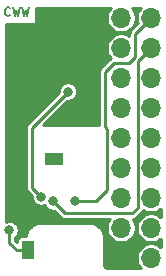
<source format=gbr>
G04 #@! TF.GenerationSoftware,KiCad,Pcbnew,5.1.7-a382d34a8~87~ubuntu18.04.1*
G04 #@! TF.CreationDate,2021-03-14T15:13:56-04:00*
G04 #@! TF.ProjectId,FLASH_MOD,464c4153-485f-44d4-9f44-2e6b69636164,0*
G04 #@! TF.SameCoordinates,Original*
G04 #@! TF.FileFunction,Copper,L1,Top*
G04 #@! TF.FilePolarity,Positive*
%FSLAX46Y46*%
G04 Gerber Fmt 4.6, Leading zero omitted, Abs format (unit mm)*
G04 Created by KiCad (PCBNEW 5.1.7-a382d34a8~87~ubuntu18.04.1) date 2021-03-14 15:13:56*
%MOMM*%
%LPD*%
G01*
G04 APERTURE LIST*
G04 #@! TA.AperFunction,NonConductor*
%ADD10C,0.160000*%
G04 #@! TD*
G04 #@! TA.AperFunction,ComponentPad*
%ADD11O,1.700000X1.700000*%
G04 #@! TD*
G04 #@! TA.AperFunction,SMDPad,CuDef*
%ADD12R,1.600000X1.100000*%
G04 #@! TD*
G04 #@! TA.AperFunction,SMDPad,CuDef*
%ADD13R,1.100000X1.600000*%
G04 #@! TD*
G04 #@! TA.AperFunction,ViaPad*
%ADD14C,0.800000*%
G04 #@! TD*
G04 #@! TA.AperFunction,Conductor*
%ADD15C,0.254000*%
G04 #@! TD*
G04 #@! TA.AperFunction,Conductor*
%ADD16C,0.100000*%
G04 #@! TD*
%ADD17C,0.350000*%
G04 APERTURE END LIST*
D10*
X206045666Y-67687000D02*
X206012333Y-67720333D01*
X205912333Y-67753666D01*
X205845666Y-67753666D01*
X205745666Y-67720333D01*
X205679000Y-67653666D01*
X205645666Y-67587000D01*
X205612333Y-67453666D01*
X205612333Y-67353666D01*
X205645666Y-67220333D01*
X205679000Y-67153666D01*
X205745666Y-67087000D01*
X205845666Y-67053666D01*
X205912333Y-67053666D01*
X206012333Y-67087000D01*
X206045666Y-67120333D01*
X206279000Y-67053666D02*
X206445666Y-67753666D01*
X206579000Y-67253666D01*
X206712333Y-67753666D01*
X206879000Y-67053666D01*
X207079000Y-67053666D02*
X207245666Y-67753666D01*
X207379000Y-67253666D01*
X207512333Y-67753666D01*
X207679000Y-67053666D01*
D11*
G04 #@! TO.P,U101,23*
G04 #@! TO.N,/~LCD_CS*
X218000000Y-67940000D03*
G04 #@! TO.P,U101,24*
G04 #@! TO.N,SPI_SCK*
X215460000Y-67940000D03*
G04 #@! TO.P,U101,25*
G04 #@! TO.N,/LCD_DC*
X218000000Y-70480000D03*
G04 #@! TO.P,U101,26*
G04 #@! TO.N,Net-(JP101-Pad1)*
X215460000Y-70480000D03*
G04 #@! TO.P,U101,27*
G04 #@! TO.N,SPI_MOSI*
X218000000Y-73020000D03*
G04 #@! TO.P,U101,28*
G04 #@! TO.N,Net-(JP102-Pad1)*
X215460000Y-73020000D03*
G04 #@! TO.P,U101,29*
G04 #@! TO.N,N/C*
X218000000Y-75560000D03*
G04 #@! TO.P,U101,30*
X215460000Y-75560000D03*
G04 #@! TO.P,U101,31*
X218000000Y-78100000D03*
G04 #@! TO.P,U101,32*
G04 #@! TO.N,SPI_MISO*
X215460000Y-78100000D03*
G04 #@! TO.P,U101,33*
G04 #@! TO.N,SPI_SCK*
X218000000Y-80640000D03*
G04 #@! TO.P,U101,34*
G04 #@! TO.N,SPI_MOSI*
X215460000Y-80640000D03*
G04 #@! TO.P,U101,35*
G04 #@! TO.N,N/C*
X218000000Y-83180000D03*
G04 #@! TO.P,U101,36*
X215460000Y-83180000D03*
G04 #@! TO.P,U101,37*
X218000000Y-85720000D03*
G04 #@! TO.P,U101,38*
X215460000Y-85720000D03*
G04 #@! TO.P,U101,39*
X218000000Y-88260000D03*
G04 #@! TO.P,U101,40*
G04 #@! TO.N,GND*
X215460000Y-88260000D03*
G04 #@! TD*
D12*
G04 #@! TO.P,TP1,1*
G04 #@! TO.N,+3V3*
X209800000Y-79850000D03*
G04 #@! TD*
D13*
G04 #@! TO.P,TP2,1*
G04 #@! TO.N,/WMCU_RTS*
X207550000Y-87600000D03*
G04 #@! TD*
D14*
G04 #@! TO.N,GND*
X207137000Y-77089000D03*
X211201000Y-69977000D03*
X207137000Y-74041000D03*
G04 #@! TO.N,/WMCU_RTS*
X205994000Y-85915500D03*
G04 #@! TO.N,/LCD_DC*
X209697303Y-83469454D03*
G04 #@! TO.N,/~LCD_CS*
X211582000Y-83439000D03*
G04 #@! TO.N,Net-(JP1-Pad2)*
X210947000Y-74168000D03*
X208661000Y-83058000D03*
G04 #@! TD*
D15*
G04 #@! TO.N,GND*
X207137000Y-74041000D02*
X207137000Y-77089000D01*
X211201000Y-69977000D02*
X207137000Y-74041000D01*
X207137000Y-82931000D02*
X207137000Y-77089000D01*
X209169000Y-84963000D02*
X207137000Y-82931000D01*
X213420249Y-84963000D02*
X209169000Y-84963000D01*
X214122000Y-85664751D02*
X213420249Y-84963000D01*
X215460000Y-88260000D02*
X214122000Y-86922000D01*
X214122000Y-86922000D02*
X214122000Y-85664751D01*
G04 #@! TO.N,/WMCU_RTS*
X207550000Y-87600000D02*
X206599000Y-87600000D01*
X205994000Y-86995000D02*
X205994000Y-85915500D01*
X206599000Y-87600000D02*
X205994000Y-86995000D01*
G04 #@! TO.N,/LCD_DC*
X218000000Y-70480000D02*
X216870599Y-71609401D01*
X216408000Y-84455000D02*
X210682849Y-84455000D01*
X216870599Y-83992401D02*
X216408000Y-84455000D01*
X216870599Y-71609401D02*
X216870599Y-83992401D01*
X210682849Y-84455000D02*
X209697303Y-83469454D01*
G04 #@! TO.N,/~LCD_CS*
X213360000Y-83439000D02*
X211582000Y-83439000D01*
X214265410Y-82533590D02*
X213360000Y-83439000D01*
X214265410Y-77328554D02*
X214265410Y-82533590D01*
X214122000Y-77185144D02*
X214265410Y-77328554D01*
X216662000Y-69278000D02*
X216662000Y-71230712D01*
X216662000Y-71230712D02*
X216137712Y-71755000D01*
X218000000Y-67940000D02*
X216662000Y-69278000D01*
X216137712Y-71755000D02*
X214841743Y-71755000D01*
X214841743Y-71755000D02*
X214122000Y-72474743D01*
X214122000Y-72474743D02*
X214122000Y-77185144D01*
G04 #@! TO.N,Net-(JP1-Pad2)*
X207899000Y-77216000D02*
X207899000Y-82296000D01*
X207899000Y-82296000D02*
X208661000Y-83058000D01*
X210947000Y-74168000D02*
X207899000Y-77216000D01*
G04 #@! TD*
G04 #@! TO.N,GND*
X214503820Y-67155283D02*
X214369102Y-67356903D01*
X214276307Y-67580931D01*
X214229000Y-67818757D01*
X214229000Y-68061243D01*
X214276307Y-68299069D01*
X214369102Y-68523097D01*
X214503820Y-68724717D01*
X214675283Y-68896180D01*
X214876903Y-69030898D01*
X215100931Y-69123693D01*
X215338757Y-69171000D01*
X215581243Y-69171000D01*
X215819069Y-69123693D01*
X216043097Y-69030898D01*
X216244717Y-68896180D01*
X216416180Y-68724717D01*
X216550898Y-68523097D01*
X216643693Y-68299069D01*
X216691000Y-68061243D01*
X216691000Y-67818757D01*
X216643693Y-67580931D01*
X216550898Y-67356903D01*
X216416180Y-67155283D01*
X216366897Y-67106000D01*
X217093103Y-67106000D01*
X217043820Y-67155283D01*
X216909102Y-67356903D01*
X216816307Y-67580931D01*
X216769000Y-67818757D01*
X216769000Y-68061243D01*
X216816307Y-68299069D01*
X216847413Y-68374167D01*
X216320435Y-68901145D01*
X216301052Y-68917052D01*
X216237571Y-68994405D01*
X216190399Y-69082658D01*
X216161351Y-69178416D01*
X216154399Y-69249000D01*
X216151543Y-69278000D01*
X216154000Y-69302944D01*
X216154000Y-69463205D01*
X216043097Y-69389102D01*
X215819069Y-69296307D01*
X215581243Y-69249000D01*
X215338757Y-69249000D01*
X215100931Y-69296307D01*
X214876903Y-69389102D01*
X214675283Y-69523820D01*
X214503820Y-69695283D01*
X214369102Y-69896903D01*
X214276307Y-70120931D01*
X214229000Y-70358757D01*
X214229000Y-70601243D01*
X214276307Y-70839069D01*
X214369102Y-71063097D01*
X214503820Y-71264717D01*
X214565659Y-71326556D01*
X214558147Y-71330571D01*
X214503553Y-71375376D01*
X214480795Y-71394052D01*
X214464893Y-71413430D01*
X213780435Y-72097888D01*
X213761052Y-72113795D01*
X213697571Y-72191148D01*
X213650399Y-72279401D01*
X213621351Y-72375159D01*
X213615270Y-72436903D01*
X213611543Y-72474743D01*
X213614000Y-72499687D01*
X213614001Y-77034000D01*
X208799420Y-77034000D01*
X210884421Y-74949000D01*
X211023922Y-74949000D01*
X211174809Y-74918987D01*
X211316942Y-74860113D01*
X211444859Y-74774642D01*
X211553642Y-74665859D01*
X211639113Y-74537942D01*
X211697987Y-74395809D01*
X211728000Y-74244922D01*
X211728000Y-74091078D01*
X211697987Y-73940191D01*
X211639113Y-73798058D01*
X211553642Y-73670141D01*
X211444859Y-73561358D01*
X211316942Y-73475887D01*
X211174809Y-73417013D01*
X211023922Y-73387000D01*
X210870078Y-73387000D01*
X210719191Y-73417013D01*
X210577058Y-73475887D01*
X210449141Y-73561358D01*
X210340358Y-73670141D01*
X210254887Y-73798058D01*
X210196013Y-73940191D01*
X210166000Y-74091078D01*
X210166000Y-74230579D01*
X207557435Y-76839145D01*
X207538052Y-76855052D01*
X207474571Y-76932405D01*
X207427399Y-77020658D01*
X207398351Y-77116416D01*
X207391582Y-77185144D01*
X207388543Y-77216000D01*
X207391000Y-77240944D01*
X207391001Y-82271046D01*
X207388543Y-82296000D01*
X207398352Y-82395584D01*
X207427400Y-82491343D01*
X207474571Y-82579595D01*
X207518543Y-82633175D01*
X207538053Y-82656948D01*
X207557430Y-82672850D01*
X207880000Y-82995420D01*
X207880000Y-83134922D01*
X207910013Y-83285809D01*
X207968887Y-83427942D01*
X208054358Y-83555859D01*
X208163141Y-83664642D01*
X208291058Y-83750113D01*
X208433191Y-83808987D01*
X208584078Y-83839000D01*
X208737922Y-83839000D01*
X208888809Y-83808987D01*
X208977395Y-83772293D01*
X209005190Y-83839396D01*
X209090661Y-83967313D01*
X209199444Y-84076096D01*
X209327361Y-84161567D01*
X209469494Y-84220441D01*
X209620381Y-84250454D01*
X209759883Y-84250454D01*
X210305994Y-84796565D01*
X210321901Y-84815948D01*
X210399254Y-84879429D01*
X210487506Y-84926601D01*
X210583264Y-84955649D01*
X210657902Y-84963000D01*
X210657905Y-84963000D01*
X210682849Y-84965457D01*
X210707793Y-84963000D01*
X214485300Y-84963000D01*
X214369102Y-85136903D01*
X214276307Y-85360931D01*
X214229000Y-85598757D01*
X214229000Y-85841243D01*
X214276307Y-86079069D01*
X214369102Y-86303097D01*
X214503820Y-86504717D01*
X214675283Y-86676180D01*
X214876903Y-86810898D01*
X215100931Y-86903693D01*
X215338757Y-86951000D01*
X215581243Y-86951000D01*
X215819069Y-86903693D01*
X216043097Y-86810898D01*
X216244717Y-86676180D01*
X216416180Y-86504717D01*
X216550898Y-86303097D01*
X216643693Y-86079069D01*
X216691000Y-85841243D01*
X216691000Y-85598757D01*
X216643693Y-85360931D01*
X216550898Y-85136903D01*
X216434592Y-84962838D01*
X216507585Y-84955649D01*
X216603343Y-84926601D01*
X216691595Y-84879429D01*
X216768948Y-84815948D01*
X216784855Y-84796565D01*
X217212164Y-84369256D01*
X217231547Y-84353349D01*
X217295028Y-84275996D01*
X217329109Y-84212236D01*
X217416903Y-84270898D01*
X217640931Y-84363693D01*
X217878757Y-84411000D01*
X218121243Y-84411000D01*
X218359069Y-84363693D01*
X218583097Y-84270898D01*
X218784717Y-84136180D01*
X218834501Y-84086396D01*
X218834501Y-84813604D01*
X218784717Y-84763820D01*
X218583097Y-84629102D01*
X218359069Y-84536307D01*
X218121243Y-84489000D01*
X217878757Y-84489000D01*
X217640931Y-84536307D01*
X217416903Y-84629102D01*
X217215283Y-84763820D01*
X217043820Y-84935283D01*
X216909102Y-85136903D01*
X216816307Y-85360931D01*
X216769000Y-85598757D01*
X216769000Y-85841243D01*
X216816307Y-86079069D01*
X216909102Y-86303097D01*
X217043820Y-86504717D01*
X217215283Y-86676180D01*
X217416903Y-86810898D01*
X217640931Y-86903693D01*
X217878757Y-86951000D01*
X218121243Y-86951000D01*
X218359069Y-86903693D01*
X218583097Y-86810898D01*
X218784717Y-86676180D01*
X218834501Y-86626396D01*
X218834501Y-87353604D01*
X218784717Y-87303820D01*
X218583097Y-87169102D01*
X218359069Y-87076307D01*
X218121243Y-87029000D01*
X217878757Y-87029000D01*
X217640931Y-87076307D01*
X217416903Y-87169102D01*
X217215283Y-87303820D01*
X217043820Y-87475283D01*
X216909102Y-87676903D01*
X216816307Y-87900931D01*
X216769000Y-88138757D01*
X216769000Y-88381243D01*
X216816307Y-88619069D01*
X216909102Y-88843097D01*
X217043820Y-89044717D01*
X217103103Y-89104000D01*
X214333579Y-89104000D01*
X214248610Y-89095669D01*
X214187155Y-89077115D01*
X214130472Y-89046976D01*
X214080725Y-89006403D01*
X214039800Y-88956935D01*
X214009270Y-88900469D01*
X213990286Y-88839140D01*
X213981500Y-88755551D01*
X213981500Y-86465832D01*
X213979674Y-86447297D01*
X213979707Y-86442618D01*
X213979120Y-86436629D01*
X213963575Y-86288727D01*
X213955722Y-86250471D01*
X213948401Y-86212093D01*
X213946662Y-86206331D01*
X213902686Y-86064265D01*
X213887546Y-86028248D01*
X213872914Y-85992033D01*
X213870094Y-85986729D01*
X213870090Y-85986721D01*
X213870085Y-85986714D01*
X213799356Y-85855901D01*
X213777504Y-85823504D01*
X213756121Y-85790828D01*
X213752318Y-85786164D01*
X213657521Y-85671576D01*
X213629787Y-85644035D01*
X213602472Y-85616142D01*
X213597835Y-85612305D01*
X213482588Y-85518313D01*
X213450092Y-85496722D01*
X213417821Y-85474626D01*
X213412530Y-85471765D01*
X213412522Y-85471761D01*
X213281219Y-85401946D01*
X213245081Y-85387051D01*
X213209198Y-85371671D01*
X213203453Y-85369892D01*
X213203447Y-85369890D01*
X213061080Y-85326908D01*
X213022803Y-85319329D01*
X212984550Y-85311198D01*
X212978567Y-85310569D01*
X212978565Y-85310569D01*
X212830558Y-85296057D01*
X212830552Y-85296057D01*
X212809668Y-85294000D01*
X208576332Y-85294000D01*
X208557797Y-85295826D01*
X208553118Y-85295793D01*
X208547129Y-85296380D01*
X208399227Y-85311925D01*
X208360971Y-85319778D01*
X208322593Y-85327099D01*
X208316831Y-85328838D01*
X208174765Y-85372814D01*
X208138748Y-85387954D01*
X208102533Y-85402586D01*
X208097229Y-85405406D01*
X208097221Y-85405410D01*
X208097214Y-85405415D01*
X207966401Y-85476144D01*
X207934004Y-85497996D01*
X207901328Y-85519379D01*
X207896664Y-85523182D01*
X207782076Y-85617979D01*
X207754535Y-85645713D01*
X207726642Y-85673028D01*
X207722805Y-85677665D01*
X207628813Y-85792912D01*
X207607222Y-85825408D01*
X207585126Y-85857679D01*
X207582264Y-85862973D01*
X207512446Y-85994281D01*
X207497551Y-86030419D01*
X207482171Y-86066302D01*
X207480391Y-86072051D01*
X207437408Y-86214420D01*
X207429829Y-86252697D01*
X207421698Y-86290950D01*
X207421069Y-86296935D01*
X207410668Y-86403013D01*
X207410581Y-86403302D01*
X207409242Y-86417157D01*
X207000000Y-86417157D01*
X206925311Y-86424513D01*
X206853492Y-86446299D01*
X206787304Y-86481678D01*
X206729289Y-86529289D01*
X206681678Y-86587304D01*
X206646299Y-86653492D01*
X206624513Y-86725311D01*
X206617157Y-86800000D01*
X206617157Y-86899737D01*
X206502000Y-86784580D01*
X206502000Y-86512001D01*
X206600642Y-86413359D01*
X206686113Y-86285442D01*
X206744987Y-86143309D01*
X206775000Y-85992422D01*
X206775000Y-85838578D01*
X206744987Y-85687691D01*
X206686113Y-85545558D01*
X206600642Y-85417641D01*
X206491859Y-85308858D01*
X206363942Y-85223387D01*
X206221809Y-85164513D01*
X206070922Y-85134500D01*
X205917078Y-85134500D01*
X205766191Y-85164513D01*
X205663000Y-85207257D01*
X205663000Y-68484000D01*
X208240000Y-68484000D01*
X208240000Y-67106000D01*
X214553103Y-67106000D01*
X214503820Y-67155283D01*
G04 #@! TA.AperFunction,Conductor*
D16*
G36*
X214503820Y-67155283D02*
G01*
X214369102Y-67356903D01*
X214276307Y-67580931D01*
X214229000Y-67818757D01*
X214229000Y-68061243D01*
X214276307Y-68299069D01*
X214369102Y-68523097D01*
X214503820Y-68724717D01*
X214675283Y-68896180D01*
X214876903Y-69030898D01*
X215100931Y-69123693D01*
X215338757Y-69171000D01*
X215581243Y-69171000D01*
X215819069Y-69123693D01*
X216043097Y-69030898D01*
X216244717Y-68896180D01*
X216416180Y-68724717D01*
X216550898Y-68523097D01*
X216643693Y-68299069D01*
X216691000Y-68061243D01*
X216691000Y-67818757D01*
X216643693Y-67580931D01*
X216550898Y-67356903D01*
X216416180Y-67155283D01*
X216366897Y-67106000D01*
X217093103Y-67106000D01*
X217043820Y-67155283D01*
X216909102Y-67356903D01*
X216816307Y-67580931D01*
X216769000Y-67818757D01*
X216769000Y-68061243D01*
X216816307Y-68299069D01*
X216847413Y-68374167D01*
X216320435Y-68901145D01*
X216301052Y-68917052D01*
X216237571Y-68994405D01*
X216190399Y-69082658D01*
X216161351Y-69178416D01*
X216154399Y-69249000D01*
X216151543Y-69278000D01*
X216154000Y-69302944D01*
X216154000Y-69463205D01*
X216043097Y-69389102D01*
X215819069Y-69296307D01*
X215581243Y-69249000D01*
X215338757Y-69249000D01*
X215100931Y-69296307D01*
X214876903Y-69389102D01*
X214675283Y-69523820D01*
X214503820Y-69695283D01*
X214369102Y-69896903D01*
X214276307Y-70120931D01*
X214229000Y-70358757D01*
X214229000Y-70601243D01*
X214276307Y-70839069D01*
X214369102Y-71063097D01*
X214503820Y-71264717D01*
X214565659Y-71326556D01*
X214558147Y-71330571D01*
X214503553Y-71375376D01*
X214480795Y-71394052D01*
X214464893Y-71413430D01*
X213780435Y-72097888D01*
X213761052Y-72113795D01*
X213697571Y-72191148D01*
X213650399Y-72279401D01*
X213621351Y-72375159D01*
X213615270Y-72436903D01*
X213611543Y-72474743D01*
X213614000Y-72499687D01*
X213614001Y-77034000D01*
X208799420Y-77034000D01*
X210884421Y-74949000D01*
X211023922Y-74949000D01*
X211174809Y-74918987D01*
X211316942Y-74860113D01*
X211444859Y-74774642D01*
X211553642Y-74665859D01*
X211639113Y-74537942D01*
X211697987Y-74395809D01*
X211728000Y-74244922D01*
X211728000Y-74091078D01*
X211697987Y-73940191D01*
X211639113Y-73798058D01*
X211553642Y-73670141D01*
X211444859Y-73561358D01*
X211316942Y-73475887D01*
X211174809Y-73417013D01*
X211023922Y-73387000D01*
X210870078Y-73387000D01*
X210719191Y-73417013D01*
X210577058Y-73475887D01*
X210449141Y-73561358D01*
X210340358Y-73670141D01*
X210254887Y-73798058D01*
X210196013Y-73940191D01*
X210166000Y-74091078D01*
X210166000Y-74230579D01*
X207557435Y-76839145D01*
X207538052Y-76855052D01*
X207474571Y-76932405D01*
X207427399Y-77020658D01*
X207398351Y-77116416D01*
X207391582Y-77185144D01*
X207388543Y-77216000D01*
X207391000Y-77240944D01*
X207391001Y-82271046D01*
X207388543Y-82296000D01*
X207398352Y-82395584D01*
X207427400Y-82491343D01*
X207474571Y-82579595D01*
X207518543Y-82633175D01*
X207538053Y-82656948D01*
X207557430Y-82672850D01*
X207880000Y-82995420D01*
X207880000Y-83134922D01*
X207910013Y-83285809D01*
X207968887Y-83427942D01*
X208054358Y-83555859D01*
X208163141Y-83664642D01*
X208291058Y-83750113D01*
X208433191Y-83808987D01*
X208584078Y-83839000D01*
X208737922Y-83839000D01*
X208888809Y-83808987D01*
X208977395Y-83772293D01*
X209005190Y-83839396D01*
X209090661Y-83967313D01*
X209199444Y-84076096D01*
X209327361Y-84161567D01*
X209469494Y-84220441D01*
X209620381Y-84250454D01*
X209759883Y-84250454D01*
X210305994Y-84796565D01*
X210321901Y-84815948D01*
X210399254Y-84879429D01*
X210487506Y-84926601D01*
X210583264Y-84955649D01*
X210657902Y-84963000D01*
X210657905Y-84963000D01*
X210682849Y-84965457D01*
X210707793Y-84963000D01*
X214485300Y-84963000D01*
X214369102Y-85136903D01*
X214276307Y-85360931D01*
X214229000Y-85598757D01*
X214229000Y-85841243D01*
X214276307Y-86079069D01*
X214369102Y-86303097D01*
X214503820Y-86504717D01*
X214675283Y-86676180D01*
X214876903Y-86810898D01*
X215100931Y-86903693D01*
X215338757Y-86951000D01*
X215581243Y-86951000D01*
X215819069Y-86903693D01*
X216043097Y-86810898D01*
X216244717Y-86676180D01*
X216416180Y-86504717D01*
X216550898Y-86303097D01*
X216643693Y-86079069D01*
X216691000Y-85841243D01*
X216691000Y-85598757D01*
X216643693Y-85360931D01*
X216550898Y-85136903D01*
X216434592Y-84962838D01*
X216507585Y-84955649D01*
X216603343Y-84926601D01*
X216691595Y-84879429D01*
X216768948Y-84815948D01*
X216784855Y-84796565D01*
X217212164Y-84369256D01*
X217231547Y-84353349D01*
X217295028Y-84275996D01*
X217329109Y-84212236D01*
X217416903Y-84270898D01*
X217640931Y-84363693D01*
X217878757Y-84411000D01*
X218121243Y-84411000D01*
X218359069Y-84363693D01*
X218583097Y-84270898D01*
X218784717Y-84136180D01*
X218834501Y-84086396D01*
X218834501Y-84813604D01*
X218784717Y-84763820D01*
X218583097Y-84629102D01*
X218359069Y-84536307D01*
X218121243Y-84489000D01*
X217878757Y-84489000D01*
X217640931Y-84536307D01*
X217416903Y-84629102D01*
X217215283Y-84763820D01*
X217043820Y-84935283D01*
X216909102Y-85136903D01*
X216816307Y-85360931D01*
X216769000Y-85598757D01*
X216769000Y-85841243D01*
X216816307Y-86079069D01*
X216909102Y-86303097D01*
X217043820Y-86504717D01*
X217215283Y-86676180D01*
X217416903Y-86810898D01*
X217640931Y-86903693D01*
X217878757Y-86951000D01*
X218121243Y-86951000D01*
X218359069Y-86903693D01*
X218583097Y-86810898D01*
X218784717Y-86676180D01*
X218834501Y-86626396D01*
X218834501Y-87353604D01*
X218784717Y-87303820D01*
X218583097Y-87169102D01*
X218359069Y-87076307D01*
X218121243Y-87029000D01*
X217878757Y-87029000D01*
X217640931Y-87076307D01*
X217416903Y-87169102D01*
X217215283Y-87303820D01*
X217043820Y-87475283D01*
X216909102Y-87676903D01*
X216816307Y-87900931D01*
X216769000Y-88138757D01*
X216769000Y-88381243D01*
X216816307Y-88619069D01*
X216909102Y-88843097D01*
X217043820Y-89044717D01*
X217103103Y-89104000D01*
X214333579Y-89104000D01*
X214248610Y-89095669D01*
X214187155Y-89077115D01*
X214130472Y-89046976D01*
X214080725Y-89006403D01*
X214039800Y-88956935D01*
X214009270Y-88900469D01*
X213990286Y-88839140D01*
X213981500Y-88755551D01*
X213981500Y-86465832D01*
X213979674Y-86447297D01*
X213979707Y-86442618D01*
X213979120Y-86436629D01*
X213963575Y-86288727D01*
X213955722Y-86250471D01*
X213948401Y-86212093D01*
X213946662Y-86206331D01*
X213902686Y-86064265D01*
X213887546Y-86028248D01*
X213872914Y-85992033D01*
X213870094Y-85986729D01*
X213870090Y-85986721D01*
X213870085Y-85986714D01*
X213799356Y-85855901D01*
X213777504Y-85823504D01*
X213756121Y-85790828D01*
X213752318Y-85786164D01*
X213657521Y-85671576D01*
X213629787Y-85644035D01*
X213602472Y-85616142D01*
X213597835Y-85612305D01*
X213482588Y-85518313D01*
X213450092Y-85496722D01*
X213417821Y-85474626D01*
X213412530Y-85471765D01*
X213412522Y-85471761D01*
X213281219Y-85401946D01*
X213245081Y-85387051D01*
X213209198Y-85371671D01*
X213203453Y-85369892D01*
X213203447Y-85369890D01*
X213061080Y-85326908D01*
X213022803Y-85319329D01*
X212984550Y-85311198D01*
X212978567Y-85310569D01*
X212978565Y-85310569D01*
X212830558Y-85296057D01*
X212830552Y-85296057D01*
X212809668Y-85294000D01*
X208576332Y-85294000D01*
X208557797Y-85295826D01*
X208553118Y-85295793D01*
X208547129Y-85296380D01*
X208399227Y-85311925D01*
X208360971Y-85319778D01*
X208322593Y-85327099D01*
X208316831Y-85328838D01*
X208174765Y-85372814D01*
X208138748Y-85387954D01*
X208102533Y-85402586D01*
X208097229Y-85405406D01*
X208097221Y-85405410D01*
X208097214Y-85405415D01*
X207966401Y-85476144D01*
X207934004Y-85497996D01*
X207901328Y-85519379D01*
X207896664Y-85523182D01*
X207782076Y-85617979D01*
X207754535Y-85645713D01*
X207726642Y-85673028D01*
X207722805Y-85677665D01*
X207628813Y-85792912D01*
X207607222Y-85825408D01*
X207585126Y-85857679D01*
X207582264Y-85862973D01*
X207512446Y-85994281D01*
X207497551Y-86030419D01*
X207482171Y-86066302D01*
X207480391Y-86072051D01*
X207437408Y-86214420D01*
X207429829Y-86252697D01*
X207421698Y-86290950D01*
X207421069Y-86296935D01*
X207410668Y-86403013D01*
X207410581Y-86403302D01*
X207409242Y-86417157D01*
X207000000Y-86417157D01*
X206925311Y-86424513D01*
X206853492Y-86446299D01*
X206787304Y-86481678D01*
X206729289Y-86529289D01*
X206681678Y-86587304D01*
X206646299Y-86653492D01*
X206624513Y-86725311D01*
X206617157Y-86800000D01*
X206617157Y-86899737D01*
X206502000Y-86784580D01*
X206502000Y-86512001D01*
X206600642Y-86413359D01*
X206686113Y-86285442D01*
X206744987Y-86143309D01*
X206775000Y-85992422D01*
X206775000Y-85838578D01*
X206744987Y-85687691D01*
X206686113Y-85545558D01*
X206600642Y-85417641D01*
X206491859Y-85308858D01*
X206363942Y-85223387D01*
X206221809Y-85164513D01*
X206070922Y-85134500D01*
X205917078Y-85134500D01*
X205766191Y-85164513D01*
X205663000Y-85207257D01*
X205663000Y-68484000D01*
X208240000Y-68484000D01*
X208240000Y-67106000D01*
X214553103Y-67106000D01*
X214503820Y-67155283D01*
G37*
G04 #@! TD.AperFunction*
G04 #@! TD*
D17*
X207137000Y-77089000D03*
X211201000Y-69977000D03*
X207137000Y-74041000D03*
X205994000Y-85915500D03*
X209697303Y-83469454D03*
X211582000Y-83439000D03*
X210947000Y-74168000D03*
X208661000Y-83058000D03*
X218000000Y-67940000D03*
X215460000Y-67940000D03*
X218000000Y-70480000D03*
X215460000Y-70480000D03*
X218000000Y-73020000D03*
X215460000Y-73020000D03*
X218000000Y-75560000D03*
X215460000Y-75560000D03*
X218000000Y-78100000D03*
X215460000Y-78100000D03*
X218000000Y-80640000D03*
X215460000Y-80640000D03*
X218000000Y-83180000D03*
X215460000Y-83180000D03*
X218000000Y-85720000D03*
X215460000Y-85720000D03*
X218000000Y-88260000D03*
X215460000Y-88260000D03*
M02*

</source>
